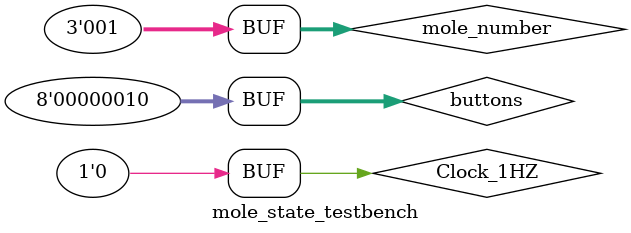
<source format=v>
`timescale 1ns / 1ps


module mole_state_testbench(
    );

    reg Clock_1HZ;
    reg [2:0]mole_number;
    reg [7:0] buttons;
    
    wire [7:0]led;
    wire win_or_not;
    
    mole_state mole_state_test(.Clock_1HZ(Clock_1HZ), .mole_number(mole_number), .buttons(buttons), .led(led), .win_or_not(win_or_not));
    
    initial begin
        Clock_1HZ = 1'b0;
        mole_number = 3'b001;
        buttons = 7'b0000000;
    end
    
    always begin
        #200
        Clock_1HZ = 1'b1;
        #200
        buttons = 7'b0000010;
        #200
        Clock_1HZ = 1'b0;
    end

endmodule

</source>
